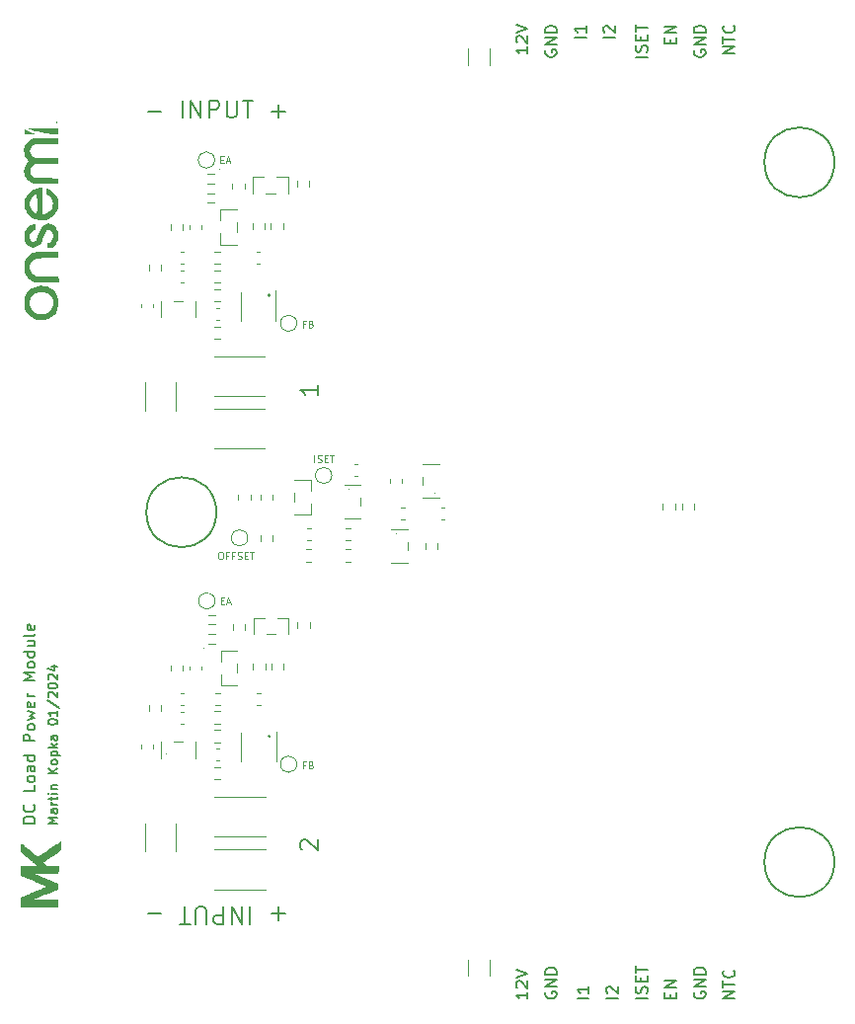
<source format=gbr>
%TF.GenerationSoftware,KiCad,Pcbnew,(6.0.1-0)*%
%TF.CreationDate,2024-02-14T13:59:27+01:00*%
%TF.ProjectId,dcload-power-board,64636c6f-6164-42d7-906f-7765722d626f,rev?*%
%TF.SameCoordinates,Original*%
%TF.FileFunction,Legend,Top*%
%TF.FilePolarity,Positive*%
%FSLAX46Y46*%
G04 Gerber Fmt 4.6, Leading zero omitted, Abs format (unit mm)*
G04 Created by KiCad (PCBNEW (6.0.1-0)) date 2024-02-14 13:59:27*
%MOMM*%
%LPD*%
G01*
G04 APERTURE LIST*
%ADD10C,0.150000*%
%ADD11C,0.100000*%
%ADD12C,0.200000*%
%ADD13C,0.120000*%
G04 APERTURE END LIST*
D10*
X172000000Y-125000000D02*
G75*
G03*
X172000000Y-125000000I-3000000J0D01*
G01*
X119000000Y-95000000D02*
G75*
G03*
X119000000Y-95000000I-3000000J0D01*
G01*
X172000000Y-65000000D02*
G75*
G03*
X172000000Y-65000000I-3000000J0D01*
G01*
X160000000Y-55383214D02*
X159952380Y-55478452D01*
X159952380Y-55621309D01*
X160000000Y-55764166D01*
X160095238Y-55859404D01*
X160190476Y-55907023D01*
X160380952Y-55954642D01*
X160523809Y-55954642D01*
X160714285Y-55907023D01*
X160809523Y-55859404D01*
X160904761Y-55764166D01*
X160952380Y-55621309D01*
X160952380Y-55526071D01*
X160904761Y-55383214D01*
X160857142Y-55335595D01*
X160523809Y-55335595D01*
X160523809Y-55526071D01*
X160952380Y-54907023D02*
X159952380Y-54907023D01*
X160952380Y-54335595D01*
X159952380Y-54335595D01*
X160952380Y-53859404D02*
X159952380Y-53859404D01*
X159952380Y-53621309D01*
X160000000Y-53478452D01*
X160095238Y-53383214D01*
X160190476Y-53335595D01*
X160380952Y-53287976D01*
X160523809Y-53287976D01*
X160714285Y-53335595D01*
X160809523Y-53383214D01*
X160904761Y-53478452D01*
X160952380Y-53621309D01*
X160952380Y-53859404D01*
X147250000Y-136140595D02*
X147202380Y-136235833D01*
X147202380Y-136378690D01*
X147250000Y-136521547D01*
X147345238Y-136616785D01*
X147440476Y-136664404D01*
X147630952Y-136712023D01*
X147773809Y-136712023D01*
X147964285Y-136664404D01*
X148059523Y-136616785D01*
X148154761Y-136521547D01*
X148202380Y-136378690D01*
X148202380Y-136283452D01*
X148154761Y-136140595D01*
X148107142Y-136092976D01*
X147773809Y-136092976D01*
X147773809Y-136283452D01*
X148202380Y-135664404D02*
X147202380Y-135664404D01*
X148202380Y-135092976D01*
X147202380Y-135092976D01*
X148202380Y-134616785D02*
X147202380Y-134616785D01*
X147202380Y-134378690D01*
X147250000Y-134235833D01*
X147345238Y-134140595D01*
X147440476Y-134092976D01*
X147630952Y-134045357D01*
X147773809Y-134045357D01*
X147964285Y-134092976D01*
X148059523Y-134140595D01*
X148154761Y-134235833D01*
X148202380Y-134378690D01*
X148202380Y-134616785D01*
X153452380Y-136664404D02*
X152452380Y-136664404D01*
X152547619Y-136235833D02*
X152500000Y-136188214D01*
X152452380Y-136092976D01*
X152452380Y-135854880D01*
X152500000Y-135759642D01*
X152547619Y-135712023D01*
X152642857Y-135664404D01*
X152738095Y-135664404D01*
X152880952Y-135712023D01*
X153452380Y-136283452D01*
X153452380Y-135664404D01*
D11*
X127414285Y-90721428D02*
X127414285Y-90121428D01*
X127671428Y-90692857D02*
X127757142Y-90721428D01*
X127900000Y-90721428D01*
X127957142Y-90692857D01*
X127985714Y-90664285D01*
X128014285Y-90607142D01*
X128014285Y-90550000D01*
X127985714Y-90492857D01*
X127957142Y-90464285D01*
X127900000Y-90435714D01*
X127785714Y-90407142D01*
X127728571Y-90378571D01*
X127700000Y-90350000D01*
X127671428Y-90292857D01*
X127671428Y-90235714D01*
X127700000Y-90178571D01*
X127728571Y-90150000D01*
X127785714Y-90121428D01*
X127928571Y-90121428D01*
X128014285Y-90150000D01*
X128271428Y-90407142D02*
X128471428Y-90407142D01*
X128557142Y-90721428D02*
X128271428Y-90721428D01*
X128271428Y-90121428D01*
X128557142Y-90121428D01*
X128728571Y-90121428D02*
X129071428Y-90121428D01*
X128900000Y-90721428D02*
X128900000Y-90121428D01*
D10*
X155952380Y-136664404D02*
X154952380Y-136664404D01*
X155904761Y-136235833D02*
X155952380Y-136092976D01*
X155952380Y-135854880D01*
X155904761Y-135759642D01*
X155857142Y-135712023D01*
X155761904Y-135664404D01*
X155666666Y-135664404D01*
X155571428Y-135712023D01*
X155523809Y-135759642D01*
X155476190Y-135854880D01*
X155428571Y-136045357D01*
X155380952Y-136140595D01*
X155333333Y-136188214D01*
X155238095Y-136235833D01*
X155142857Y-136235833D01*
X155047619Y-136188214D01*
X155000000Y-136140595D01*
X154952380Y-136045357D01*
X154952380Y-135807261D01*
X155000000Y-135664404D01*
X155428571Y-135235833D02*
X155428571Y-134902500D01*
X155952380Y-134759642D02*
X155952380Y-135235833D01*
X154952380Y-135235833D01*
X154952380Y-134759642D01*
X154952380Y-134473928D02*
X154952380Y-133902500D01*
X155952380Y-134188214D02*
X154952380Y-134188214D01*
X163452380Y-136664404D02*
X162452380Y-136664404D01*
X163452380Y-136092976D01*
X162452380Y-136092976D01*
X162452380Y-135759642D02*
X162452380Y-135188214D01*
X163452380Y-135473928D02*
X162452380Y-135473928D01*
X163357142Y-134283452D02*
X163404761Y-134331071D01*
X163452380Y-134473928D01*
X163452380Y-134569166D01*
X163404761Y-134712023D01*
X163309523Y-134807261D01*
X163214285Y-134854880D01*
X163023809Y-134902500D01*
X162880952Y-134902500D01*
X162690476Y-134854880D01*
X162595238Y-134807261D01*
X162500000Y-134712023D01*
X162452380Y-134569166D01*
X162452380Y-134473928D01*
X162500000Y-134331071D01*
X162547619Y-134283452D01*
D11*
X119387857Y-102557142D02*
X119587857Y-102557142D01*
X119673571Y-102871428D02*
X119387857Y-102871428D01*
X119387857Y-102271428D01*
X119673571Y-102271428D01*
X119902142Y-102700000D02*
X120187857Y-102700000D01*
X119845000Y-102871428D02*
X120045000Y-102271428D01*
X120245000Y-102871428D01*
D10*
X157928571Y-136664404D02*
X157928571Y-136331071D01*
X158452380Y-136188214D02*
X158452380Y-136664404D01*
X157452380Y-136664404D01*
X157452380Y-136188214D01*
X158452380Y-135759642D02*
X157452380Y-135759642D01*
X158452380Y-135188214D01*
X157452380Y-135188214D01*
D11*
X126607857Y-116657142D02*
X126407857Y-116657142D01*
X126407857Y-116971428D02*
X126407857Y-116371428D01*
X126693571Y-116371428D01*
X127122142Y-116657142D02*
X127207857Y-116685714D01*
X127236428Y-116714285D01*
X127265000Y-116771428D01*
X127265000Y-116857142D01*
X127236428Y-116914285D01*
X127207857Y-116942857D01*
X127150714Y-116971428D01*
X126922142Y-116971428D01*
X126922142Y-116371428D01*
X127122142Y-116371428D01*
X127179285Y-116400000D01*
X127207857Y-116428571D01*
X127236428Y-116485714D01*
X127236428Y-116542857D01*
X127207857Y-116600000D01*
X127179285Y-116628571D01*
X127122142Y-116657142D01*
X126922142Y-116657142D01*
D10*
X127678571Y-84071428D02*
X127678571Y-84928571D01*
X127678571Y-84500000D02*
X126178571Y-84500000D01*
X126392857Y-84642857D01*
X126535714Y-84785714D01*
X126607142Y-84928571D01*
X160000000Y-136140595D02*
X159952380Y-136235833D01*
X159952380Y-136378690D01*
X160000000Y-136521547D01*
X160095238Y-136616785D01*
X160190476Y-136664404D01*
X160380952Y-136712023D01*
X160523809Y-136712023D01*
X160714285Y-136664404D01*
X160809523Y-136616785D01*
X160904761Y-136521547D01*
X160952380Y-136378690D01*
X160952380Y-136283452D01*
X160904761Y-136140595D01*
X160857142Y-136092976D01*
X160523809Y-136092976D01*
X160523809Y-136283452D01*
X160952380Y-135664404D02*
X159952380Y-135664404D01*
X160952380Y-135092976D01*
X159952380Y-135092976D01*
X160952380Y-134616785D02*
X159952380Y-134616785D01*
X159952380Y-134378690D01*
X160000000Y-134235833D01*
X160095238Y-134140595D01*
X160190476Y-134092976D01*
X160380952Y-134045357D01*
X160523809Y-134045357D01*
X160714285Y-134092976D01*
X160809523Y-134140595D01*
X160904761Y-134235833D01*
X160952380Y-134378690D01*
X160952380Y-134616785D01*
X155952380Y-55954642D02*
X154952380Y-55954642D01*
X155904761Y-55526071D02*
X155952380Y-55383214D01*
X155952380Y-55145119D01*
X155904761Y-55049880D01*
X155857142Y-55002261D01*
X155761904Y-54954642D01*
X155666666Y-54954642D01*
X155571428Y-55002261D01*
X155523809Y-55049880D01*
X155476190Y-55145119D01*
X155428571Y-55335595D01*
X155380952Y-55430833D01*
X155333333Y-55478452D01*
X155238095Y-55526071D01*
X155142857Y-55526071D01*
X155047619Y-55478452D01*
X155000000Y-55430833D01*
X154952380Y-55335595D01*
X154952380Y-55097500D01*
X155000000Y-54954642D01*
X155428571Y-54526071D02*
X155428571Y-54192738D01*
X155952380Y-54049880D02*
X155952380Y-54526071D01*
X154952380Y-54526071D01*
X154952380Y-54049880D01*
X154952380Y-53764166D02*
X154952380Y-53192738D01*
X155952380Y-53478452D02*
X154952380Y-53478452D01*
X153202380Y-54287976D02*
X152202380Y-54287976D01*
X152297619Y-53859404D02*
X152250000Y-53811785D01*
X152202380Y-53716547D01*
X152202380Y-53478452D01*
X152250000Y-53383214D01*
X152297619Y-53335595D01*
X152392857Y-53287976D01*
X152488095Y-53287976D01*
X152630952Y-53335595D01*
X153202380Y-53907023D01*
X153202380Y-53287976D01*
X150702380Y-54287976D02*
X149702380Y-54287976D01*
X150702380Y-53287976D02*
X150702380Y-53859404D01*
X150702380Y-53573690D02*
X149702380Y-53573690D01*
X149845238Y-53668928D01*
X149940476Y-53764166D01*
X149988095Y-53859404D01*
X163452380Y-55668928D02*
X162452380Y-55668928D01*
X163452380Y-55097500D01*
X162452380Y-55097500D01*
X162452380Y-54764166D02*
X162452380Y-54192738D01*
X163452380Y-54478452D02*
X162452380Y-54478452D01*
X163357142Y-53287976D02*
X163404761Y-53335595D01*
X163452380Y-53478452D01*
X163452380Y-53573690D01*
X163404761Y-53716547D01*
X163309523Y-53811785D01*
X163214285Y-53859404D01*
X163023809Y-53907023D01*
X162880952Y-53907023D01*
X162690476Y-53859404D01*
X162595238Y-53811785D01*
X162500000Y-53716547D01*
X162452380Y-53573690D01*
X162452380Y-53478452D01*
X162500000Y-53335595D01*
X162547619Y-53287976D01*
X126321428Y-123928571D02*
X126250000Y-123857142D01*
X126178571Y-123714285D01*
X126178571Y-123357142D01*
X126250000Y-123214285D01*
X126321428Y-123142857D01*
X126464285Y-123071428D01*
X126607142Y-123071428D01*
X126821428Y-123142857D01*
X127678571Y-124000000D01*
X127678571Y-123071428D01*
X145702380Y-136140595D02*
X145702380Y-136712023D01*
X145702380Y-136426309D02*
X144702380Y-136426309D01*
X144845238Y-136521547D01*
X144940476Y-136616785D01*
X144988095Y-136712023D01*
X144797619Y-135759642D02*
X144750000Y-135712023D01*
X144702380Y-135616785D01*
X144702380Y-135378690D01*
X144750000Y-135283452D01*
X144797619Y-135235833D01*
X144892857Y-135188214D01*
X144988095Y-135188214D01*
X145130952Y-135235833D01*
X145702380Y-135807261D01*
X145702380Y-135188214D01*
X144702380Y-134902500D02*
X145702380Y-134569166D01*
X144702380Y-134235833D01*
D12*
X113107142Y-60607142D02*
X114250000Y-60607142D01*
X116107142Y-61178571D02*
X116107142Y-59678571D01*
X116821428Y-61178571D02*
X116821428Y-59678571D01*
X117678571Y-61178571D01*
X117678571Y-59678571D01*
X118392857Y-61178571D02*
X118392857Y-59678571D01*
X118964285Y-59678571D01*
X119107142Y-59750000D01*
X119178571Y-59821428D01*
X119250000Y-59964285D01*
X119250000Y-60178571D01*
X119178571Y-60321428D01*
X119107142Y-60392857D01*
X118964285Y-60464285D01*
X118392857Y-60464285D01*
X119892857Y-59678571D02*
X119892857Y-60892857D01*
X119964285Y-61035714D01*
X120035714Y-61107142D01*
X120178571Y-61178571D01*
X120464285Y-61178571D01*
X120607142Y-61107142D01*
X120678571Y-61035714D01*
X120750000Y-60892857D01*
X120750000Y-59678571D01*
X121250000Y-59678571D02*
X122107142Y-59678571D01*
X121678571Y-61178571D02*
X121678571Y-59678571D01*
X123750000Y-60607142D02*
X124892857Y-60607142D01*
X124321428Y-61178571D02*
X124321428Y-60035714D01*
D10*
X150952380Y-136664404D02*
X149952380Y-136664404D01*
X150952380Y-135664404D02*
X150952380Y-136235833D01*
X150952380Y-135950119D02*
X149952380Y-135950119D01*
X150095238Y-136045357D01*
X150190476Y-136140595D01*
X150238095Y-136235833D01*
X157928571Y-54811785D02*
X157928571Y-54478452D01*
X158452380Y-54335595D02*
X158452380Y-54811785D01*
X157452380Y-54811785D01*
X157452380Y-54335595D01*
X158452380Y-53907023D02*
X157452380Y-53907023D01*
X158452380Y-53335595D01*
X157452380Y-53335595D01*
D11*
X119357857Y-64757142D02*
X119557857Y-64757142D01*
X119643571Y-65071428D02*
X119357857Y-65071428D01*
X119357857Y-64471428D01*
X119643571Y-64471428D01*
X119872142Y-64900000D02*
X120157857Y-64900000D01*
X119815000Y-65071428D02*
X120015000Y-64471428D01*
X120215000Y-65071428D01*
X119313571Y-98421428D02*
X119427857Y-98421428D01*
X119485000Y-98450000D01*
X119542142Y-98507142D01*
X119570714Y-98621428D01*
X119570714Y-98821428D01*
X119542142Y-98935714D01*
X119485000Y-98992857D01*
X119427857Y-99021428D01*
X119313571Y-99021428D01*
X119256428Y-98992857D01*
X119199285Y-98935714D01*
X119170714Y-98821428D01*
X119170714Y-98621428D01*
X119199285Y-98507142D01*
X119256428Y-98450000D01*
X119313571Y-98421428D01*
X120027857Y-98707142D02*
X119827857Y-98707142D01*
X119827857Y-99021428D02*
X119827857Y-98421428D01*
X120113571Y-98421428D01*
X120542142Y-98707142D02*
X120342142Y-98707142D01*
X120342142Y-99021428D02*
X120342142Y-98421428D01*
X120627857Y-98421428D01*
X120827857Y-98992857D02*
X120913571Y-99021428D01*
X121056428Y-99021428D01*
X121113571Y-98992857D01*
X121142142Y-98964285D01*
X121170714Y-98907142D01*
X121170714Y-98850000D01*
X121142142Y-98792857D01*
X121113571Y-98764285D01*
X121056428Y-98735714D01*
X120942142Y-98707142D01*
X120885000Y-98678571D01*
X120856428Y-98650000D01*
X120827857Y-98592857D01*
X120827857Y-98535714D01*
X120856428Y-98478571D01*
X120885000Y-98450000D01*
X120942142Y-98421428D01*
X121085000Y-98421428D01*
X121170714Y-98450000D01*
X121427857Y-98707142D02*
X121627857Y-98707142D01*
X121713571Y-99021428D02*
X121427857Y-99021428D01*
X121427857Y-98421428D01*
X121713571Y-98421428D01*
X121885000Y-98421428D02*
X122227857Y-98421428D01*
X122056428Y-99021428D02*
X122056428Y-98421428D01*
D10*
X145702380Y-55097500D02*
X145702380Y-55668928D01*
X145702380Y-55383214D02*
X144702380Y-55383214D01*
X144845238Y-55478452D01*
X144940476Y-55573690D01*
X144988095Y-55668928D01*
X144797619Y-54716547D02*
X144750000Y-54668928D01*
X144702380Y-54573690D01*
X144702380Y-54335595D01*
X144750000Y-54240357D01*
X144797619Y-54192738D01*
X144892857Y-54145119D01*
X144988095Y-54145119D01*
X145130952Y-54192738D01*
X145702380Y-54764166D01*
X145702380Y-54145119D01*
X144702380Y-53859404D02*
X145702380Y-53526071D01*
X144702380Y-53192738D01*
D11*
X126607857Y-78857142D02*
X126407857Y-78857142D01*
X126407857Y-79171428D02*
X126407857Y-78571428D01*
X126693571Y-78571428D01*
X127122142Y-78857142D02*
X127207857Y-78885714D01*
X127236428Y-78914285D01*
X127265000Y-78971428D01*
X127265000Y-79057142D01*
X127236428Y-79114285D01*
X127207857Y-79142857D01*
X127150714Y-79171428D01*
X126922142Y-79171428D01*
X126922142Y-78571428D01*
X127122142Y-78571428D01*
X127179285Y-78600000D01*
X127207857Y-78628571D01*
X127236428Y-78685714D01*
X127236428Y-78742857D01*
X127207857Y-78800000D01*
X127179285Y-78828571D01*
X127122142Y-78857142D01*
X126922142Y-78857142D01*
D10*
X147250000Y-55383214D02*
X147202380Y-55478452D01*
X147202380Y-55621309D01*
X147250000Y-55764166D01*
X147345238Y-55859404D01*
X147440476Y-55907023D01*
X147630952Y-55954642D01*
X147773809Y-55954642D01*
X147964285Y-55907023D01*
X148059523Y-55859404D01*
X148154761Y-55764166D01*
X148202380Y-55621309D01*
X148202380Y-55526071D01*
X148154761Y-55383214D01*
X148107142Y-55335595D01*
X147773809Y-55335595D01*
X147773809Y-55526071D01*
X148202380Y-54907023D02*
X147202380Y-54907023D01*
X148202380Y-54335595D01*
X147202380Y-54335595D01*
X148202380Y-53859404D02*
X147202380Y-53859404D01*
X147202380Y-53621309D01*
X147250000Y-53478452D01*
X147345238Y-53383214D01*
X147440476Y-53335595D01*
X147630952Y-53287976D01*
X147773809Y-53287976D01*
X147964285Y-53335595D01*
X148059523Y-53383214D01*
X148154761Y-53478452D01*
X148202380Y-53621309D01*
X148202380Y-53859404D01*
X103452380Y-121664404D02*
X102452380Y-121664404D01*
X102452380Y-121426309D01*
X102500000Y-121283452D01*
X102595238Y-121188214D01*
X102690476Y-121140595D01*
X102880952Y-121092976D01*
X103023809Y-121092976D01*
X103214285Y-121140595D01*
X103309523Y-121188214D01*
X103404761Y-121283452D01*
X103452380Y-121426309D01*
X103452380Y-121664404D01*
X103357142Y-120092976D02*
X103404761Y-120140595D01*
X103452380Y-120283452D01*
X103452380Y-120378690D01*
X103404761Y-120521547D01*
X103309523Y-120616785D01*
X103214285Y-120664404D01*
X103023809Y-120712023D01*
X102880952Y-120712023D01*
X102690476Y-120664404D01*
X102595238Y-120616785D01*
X102500000Y-120521547D01*
X102452380Y-120378690D01*
X102452380Y-120283452D01*
X102500000Y-120140595D01*
X102547619Y-120092976D01*
X103452380Y-118426309D02*
X103452380Y-118902500D01*
X102452380Y-118902500D01*
X103452380Y-117950119D02*
X103404761Y-118045357D01*
X103357142Y-118092976D01*
X103261904Y-118140595D01*
X102976190Y-118140595D01*
X102880952Y-118092976D01*
X102833333Y-118045357D01*
X102785714Y-117950119D01*
X102785714Y-117807261D01*
X102833333Y-117712023D01*
X102880952Y-117664404D01*
X102976190Y-117616785D01*
X103261904Y-117616785D01*
X103357142Y-117664404D01*
X103404761Y-117712023D01*
X103452380Y-117807261D01*
X103452380Y-117950119D01*
X103452380Y-116759642D02*
X102928571Y-116759642D01*
X102833333Y-116807261D01*
X102785714Y-116902500D01*
X102785714Y-117092976D01*
X102833333Y-117188214D01*
X103404761Y-116759642D02*
X103452380Y-116854880D01*
X103452380Y-117092976D01*
X103404761Y-117188214D01*
X103309523Y-117235833D01*
X103214285Y-117235833D01*
X103119047Y-117188214D01*
X103071428Y-117092976D01*
X103071428Y-116854880D01*
X103023809Y-116759642D01*
X103452380Y-115854880D02*
X102452380Y-115854880D01*
X103404761Y-115854880D02*
X103452380Y-115950119D01*
X103452380Y-116140595D01*
X103404761Y-116235833D01*
X103357142Y-116283452D01*
X103261904Y-116331071D01*
X102976190Y-116331071D01*
X102880952Y-116283452D01*
X102833333Y-116235833D01*
X102785714Y-116140595D01*
X102785714Y-115950119D01*
X102833333Y-115854880D01*
X103452380Y-114616785D02*
X102452380Y-114616785D01*
X102452380Y-114235833D01*
X102500000Y-114140595D01*
X102547619Y-114092976D01*
X102642857Y-114045357D01*
X102785714Y-114045357D01*
X102880952Y-114092976D01*
X102928571Y-114140595D01*
X102976190Y-114235833D01*
X102976190Y-114616785D01*
X103452380Y-113473928D02*
X103404761Y-113569166D01*
X103357142Y-113616785D01*
X103261904Y-113664404D01*
X102976190Y-113664404D01*
X102880952Y-113616785D01*
X102833333Y-113569166D01*
X102785714Y-113473928D01*
X102785714Y-113331071D01*
X102833333Y-113235833D01*
X102880952Y-113188214D01*
X102976190Y-113140595D01*
X103261904Y-113140595D01*
X103357142Y-113188214D01*
X103404761Y-113235833D01*
X103452380Y-113331071D01*
X103452380Y-113473928D01*
X102785714Y-112807261D02*
X103452380Y-112616785D01*
X102976190Y-112426309D01*
X103452380Y-112235833D01*
X102785714Y-112045357D01*
X103404761Y-111283452D02*
X103452380Y-111378690D01*
X103452380Y-111569166D01*
X103404761Y-111664404D01*
X103309523Y-111712023D01*
X102928571Y-111712023D01*
X102833333Y-111664404D01*
X102785714Y-111569166D01*
X102785714Y-111378690D01*
X102833333Y-111283452D01*
X102928571Y-111235833D01*
X103023809Y-111235833D01*
X103119047Y-111712023D01*
X103452380Y-110807261D02*
X102785714Y-110807261D01*
X102976190Y-110807261D02*
X102880952Y-110759642D01*
X102833333Y-110712023D01*
X102785714Y-110616785D01*
X102785714Y-110521547D01*
X103452380Y-109426309D02*
X102452380Y-109426309D01*
X103166666Y-109092976D01*
X102452380Y-108759642D01*
X103452380Y-108759642D01*
X103452380Y-108140595D02*
X103404761Y-108235833D01*
X103357142Y-108283452D01*
X103261904Y-108331071D01*
X102976190Y-108331071D01*
X102880952Y-108283452D01*
X102833333Y-108235833D01*
X102785714Y-108140595D01*
X102785714Y-107997738D01*
X102833333Y-107902500D01*
X102880952Y-107854880D01*
X102976190Y-107807261D01*
X103261904Y-107807261D01*
X103357142Y-107854880D01*
X103404761Y-107902500D01*
X103452380Y-107997738D01*
X103452380Y-108140595D01*
X103452380Y-106950119D02*
X102452380Y-106950119D01*
X103404761Y-106950119D02*
X103452380Y-107045357D01*
X103452380Y-107235833D01*
X103404761Y-107331071D01*
X103357142Y-107378690D01*
X103261904Y-107426309D01*
X102976190Y-107426309D01*
X102880952Y-107378690D01*
X102833333Y-107331071D01*
X102785714Y-107235833D01*
X102785714Y-107045357D01*
X102833333Y-106950119D01*
X102785714Y-106045357D02*
X103452380Y-106045357D01*
X102785714Y-106473928D02*
X103309523Y-106473928D01*
X103404761Y-106426309D01*
X103452380Y-106331071D01*
X103452380Y-106188214D01*
X103404761Y-106092976D01*
X103357142Y-106045357D01*
X103452380Y-105426309D02*
X103404761Y-105521547D01*
X103309523Y-105569166D01*
X102452380Y-105569166D01*
X103404761Y-104664404D02*
X103452380Y-104759642D01*
X103452380Y-104950119D01*
X103404761Y-105045357D01*
X103309523Y-105092976D01*
X102928571Y-105092976D01*
X102833333Y-105045357D01*
X102785714Y-104950119D01*
X102785714Y-104759642D01*
X102833333Y-104664404D01*
X102928571Y-104616785D01*
X103023809Y-104616785D01*
X103119047Y-105092976D01*
X105361904Y-121712023D02*
X104561904Y-121712023D01*
X105133333Y-121445357D01*
X104561904Y-121178690D01*
X105361904Y-121178690D01*
X105361904Y-120454880D02*
X104942857Y-120454880D01*
X104866666Y-120492976D01*
X104828571Y-120569166D01*
X104828571Y-120721547D01*
X104866666Y-120797738D01*
X105323809Y-120454880D02*
X105361904Y-120531071D01*
X105361904Y-120721547D01*
X105323809Y-120797738D01*
X105247619Y-120835833D01*
X105171428Y-120835833D01*
X105095238Y-120797738D01*
X105057142Y-120721547D01*
X105057142Y-120531071D01*
X105019047Y-120454880D01*
X105361904Y-120073928D02*
X104828571Y-120073928D01*
X104980952Y-120073928D02*
X104904761Y-120035833D01*
X104866666Y-119997738D01*
X104828571Y-119921547D01*
X104828571Y-119845357D01*
X104828571Y-119692976D02*
X104828571Y-119388214D01*
X104561904Y-119578690D02*
X105247619Y-119578690D01*
X105323809Y-119540595D01*
X105361904Y-119464404D01*
X105361904Y-119388214D01*
X105361904Y-119121547D02*
X104828571Y-119121547D01*
X104561904Y-119121547D02*
X104600000Y-119159642D01*
X104638095Y-119121547D01*
X104600000Y-119083452D01*
X104561904Y-119121547D01*
X104638095Y-119121547D01*
X104828571Y-118740595D02*
X105361904Y-118740595D01*
X104904761Y-118740595D02*
X104866666Y-118702500D01*
X104828571Y-118626309D01*
X104828571Y-118512023D01*
X104866666Y-118435833D01*
X104942857Y-118397738D01*
X105361904Y-118397738D01*
X105361904Y-117407261D02*
X104561904Y-117407261D01*
X105361904Y-116950119D02*
X104904761Y-117292976D01*
X104561904Y-116950119D02*
X105019047Y-117407261D01*
X105361904Y-116492976D02*
X105323809Y-116569166D01*
X105285714Y-116607261D01*
X105209523Y-116645357D01*
X104980952Y-116645357D01*
X104904761Y-116607261D01*
X104866666Y-116569166D01*
X104828571Y-116492976D01*
X104828571Y-116378690D01*
X104866666Y-116302500D01*
X104904761Y-116264404D01*
X104980952Y-116226309D01*
X105209523Y-116226309D01*
X105285714Y-116264404D01*
X105323809Y-116302500D01*
X105361904Y-116378690D01*
X105361904Y-116492976D01*
X104828571Y-115883452D02*
X105628571Y-115883452D01*
X104866666Y-115883452D02*
X104828571Y-115807261D01*
X104828571Y-115654880D01*
X104866666Y-115578690D01*
X104904761Y-115540595D01*
X104980952Y-115502500D01*
X105209523Y-115502500D01*
X105285714Y-115540595D01*
X105323809Y-115578690D01*
X105361904Y-115654880D01*
X105361904Y-115807261D01*
X105323809Y-115883452D01*
X105361904Y-115159642D02*
X104561904Y-115159642D01*
X105057142Y-115083452D02*
X105361904Y-114854880D01*
X104828571Y-114854880D02*
X105133333Y-115159642D01*
X105361904Y-114169166D02*
X104942857Y-114169166D01*
X104866666Y-114207261D01*
X104828571Y-114283452D01*
X104828571Y-114435833D01*
X104866666Y-114512023D01*
X105323809Y-114169166D02*
X105361904Y-114245357D01*
X105361904Y-114435833D01*
X105323809Y-114512023D01*
X105247619Y-114550119D01*
X105171428Y-114550119D01*
X105095238Y-114512023D01*
X105057142Y-114435833D01*
X105057142Y-114245357D01*
X105019047Y-114169166D01*
X104561904Y-113026309D02*
X104561904Y-112950119D01*
X104600000Y-112873928D01*
X104638095Y-112835833D01*
X104714285Y-112797738D01*
X104866666Y-112759642D01*
X105057142Y-112759642D01*
X105209523Y-112797738D01*
X105285714Y-112835833D01*
X105323809Y-112873928D01*
X105361904Y-112950119D01*
X105361904Y-113026309D01*
X105323809Y-113102500D01*
X105285714Y-113140595D01*
X105209523Y-113178690D01*
X105057142Y-113216785D01*
X104866666Y-113216785D01*
X104714285Y-113178690D01*
X104638095Y-113140595D01*
X104600000Y-113102500D01*
X104561904Y-113026309D01*
X105361904Y-111997738D02*
X105361904Y-112454880D01*
X105361904Y-112226309D02*
X104561904Y-112226309D01*
X104676190Y-112302500D01*
X104752380Y-112378690D01*
X104790476Y-112454880D01*
X104523809Y-111083452D02*
X105552380Y-111769166D01*
X104638095Y-110854880D02*
X104600000Y-110816785D01*
X104561904Y-110740595D01*
X104561904Y-110550119D01*
X104600000Y-110473928D01*
X104638095Y-110435833D01*
X104714285Y-110397738D01*
X104790476Y-110397738D01*
X104904761Y-110435833D01*
X105361904Y-110892976D01*
X105361904Y-110397738D01*
X104561904Y-109902500D02*
X104561904Y-109826309D01*
X104600000Y-109750119D01*
X104638095Y-109712023D01*
X104714285Y-109673928D01*
X104866666Y-109635833D01*
X105057142Y-109635833D01*
X105209523Y-109673928D01*
X105285714Y-109712023D01*
X105323809Y-109750119D01*
X105361904Y-109826309D01*
X105361904Y-109902500D01*
X105323809Y-109978690D01*
X105285714Y-110016785D01*
X105209523Y-110054880D01*
X105057142Y-110092976D01*
X104866666Y-110092976D01*
X104714285Y-110054880D01*
X104638095Y-110016785D01*
X104600000Y-109978690D01*
X104561904Y-109902500D01*
X104638095Y-109331071D02*
X104600000Y-109292976D01*
X104561904Y-109216785D01*
X104561904Y-109026309D01*
X104600000Y-108950119D01*
X104638095Y-108912023D01*
X104714285Y-108873928D01*
X104790476Y-108873928D01*
X104904761Y-108912023D01*
X105361904Y-109369166D01*
X105361904Y-108873928D01*
X104828571Y-108188214D02*
X105361904Y-108188214D01*
X104523809Y-108378690D02*
X105095238Y-108569166D01*
X105095238Y-108073928D01*
D12*
X124892857Y-129392857D02*
X123750000Y-129392857D01*
X124321428Y-128821428D02*
X124321428Y-129964285D01*
X121892857Y-128821428D02*
X121892857Y-130321428D01*
X121178571Y-128821428D02*
X121178571Y-130321428D01*
X120321428Y-128821428D01*
X120321428Y-130321428D01*
X119607142Y-128821428D02*
X119607142Y-130321428D01*
X119035714Y-130321428D01*
X118892857Y-130250000D01*
X118821428Y-130178571D01*
X118750000Y-130035714D01*
X118750000Y-129821428D01*
X118821428Y-129678571D01*
X118892857Y-129607142D01*
X119035714Y-129535714D01*
X119607142Y-129535714D01*
X118107142Y-130321428D02*
X118107142Y-129107142D01*
X118035714Y-128964285D01*
X117964285Y-128892857D01*
X117821428Y-128821428D01*
X117535714Y-128821428D01*
X117392857Y-128892857D01*
X117321428Y-128964285D01*
X117250000Y-129107142D01*
X117250000Y-130321428D01*
X116750000Y-130321428D02*
X115892857Y-130321428D01*
X116321428Y-128821428D02*
X116321428Y-130321428D01*
X114250000Y-129392857D02*
X113107142Y-129392857D01*
D13*
%TO.C,U200*%
X114275000Y-77600000D02*
X114275000Y-78300000D01*
X115375000Y-76900000D02*
X116075000Y-76900000D01*
X117175000Y-77650000D02*
X117175000Y-76900000D01*
X117175000Y-77650000D02*
X117175000Y-78300000D01*
X114275000Y-77600000D02*
X114275000Y-76900000D01*
X114735000Y-77900000D02*
G75*
G03*
X114735000Y-77900000I-60000J0D01*
G01*
%TO.C,R100*%
X122777500Y-96962742D02*
X122777500Y-97437258D01*
X123822500Y-96962742D02*
X123822500Y-97437258D01*
%TO.C,R306*%
X118862742Y-113122500D02*
X119337258Y-113122500D01*
X118862742Y-112077500D02*
X119337258Y-112077500D01*
%TO.C,R302*%
X125957500Y-104412742D02*
X125957500Y-104887258D01*
X127002500Y-104412742D02*
X127002500Y-104887258D01*
%TO.C,R308*%
X113227500Y-111562742D02*
X113227500Y-112037258D01*
X114272500Y-111562742D02*
X114272500Y-112037258D01*
%TO.C,R105*%
X126662742Y-98177500D02*
X127137258Y-98177500D01*
X126662742Y-99222500D02*
X127137258Y-99222500D01*
%TO.C,R201*%
X124722500Y-70212742D02*
X124722500Y-70687258D01*
X123677500Y-70212742D02*
X123677500Y-70687258D01*
%TO.C,TP100*%
X121700000Y-97200000D02*
G75*
G03*
X121700000Y-97200000I-700000J0D01*
G01*
%TO.C,R106*%
X130062742Y-99222500D02*
X130537258Y-99222500D01*
X130062742Y-98177500D02*
X130537258Y-98177500D01*
%TO.C,R200*%
X123172500Y-70212742D02*
X123172500Y-70687258D01*
X122127500Y-70212742D02*
X122127500Y-70687258D01*
%TO.C,U201*%
X121100000Y-78600000D02*
X121100000Y-76100000D01*
X124100000Y-78600000D02*
X124100000Y-76000000D01*
D10*
X123575000Y-76400000D02*
G75*
G03*
X123575000Y-76400000I-75000J0D01*
G01*
D13*
%TO.C,R311*%
X120407500Y-105087258D02*
X120407500Y-104612742D01*
X121452500Y-105087258D02*
X121452500Y-104612742D01*
%TO.C,TP301*%
X118880000Y-102600000D02*
G75*
G03*
X118880000Y-102600000I-700000J0D01*
G01*
%TO.C,C102*%
X138259420Y-95610000D02*
X138540580Y-95610000D01*
X138259420Y-94590000D02*
X138540580Y-94590000D01*
%TO.C,TP300*%
X125900000Y-116600000D02*
G75*
G03*
X125900000Y-116600000I-700000J0D01*
G01*
%TO.C,R210*%
X119337258Y-72677500D02*
X118862742Y-72677500D01*
X119337258Y-73722500D02*
X118862742Y-73722500D01*
%TO.C,C305*%
X116690000Y-108209420D02*
X116690000Y-108490580D01*
X117710000Y-108209420D02*
X117710000Y-108490580D01*
%TO.C,R202*%
X125927500Y-66612742D02*
X125927500Y-67087258D01*
X126972500Y-66612742D02*
X126972500Y-67087258D01*
%TO.C,D300*%
X118280000Y-106250000D02*
X118880000Y-106250000D01*
X118280000Y-105450000D02*
X118880000Y-105450000D01*
X117940000Y-106650000D02*
G75*
G03*
X117940000Y-106650000I-60000J0D01*
G01*
%TO.C,R305*%
X119337258Y-114722500D02*
X118862742Y-114722500D01*
X119337258Y-113677500D02*
X118862742Y-113677500D01*
%TO.C,C203*%
X116190580Y-74290000D02*
X115909420Y-74290000D01*
X116190580Y-75310000D02*
X115909420Y-75310000D01*
%TO.C,Q302*%
X125167500Y-104806250D02*
X125167500Y-105456250D01*
X122167500Y-104756250D02*
X122167500Y-105456250D01*
X122167500Y-104056250D02*
X123117500Y-104056250D01*
X125167500Y-104806250D02*
X125167500Y-104056250D01*
X122167500Y-104756250D02*
X122167500Y-104056250D01*
X124067500Y-105456250D02*
X123267500Y-105456250D01*
X125167500Y-104056250D02*
X124217500Y-104056250D01*
%TO.C,C302*%
X119240580Y-115290000D02*
X118959420Y-115290000D01*
X119240580Y-116310000D02*
X118959420Y-116310000D01*
%TO.C,R304*%
X123207064Y-127335000D02*
X118852936Y-127335000D01*
X123207064Y-123915000D02*
X118852936Y-123915000D01*
%TO.C,C100*%
X140590000Y-55238748D02*
X140590000Y-56661252D01*
X142410000Y-55238748D02*
X142410000Y-56661252D01*
%TO.C,C105*%
X126799420Y-96390000D02*
X127080580Y-96390000D01*
X126799420Y-97410000D02*
X127080580Y-97410000D01*
%TO.C,R211*%
X121422500Y-67287258D02*
X121422500Y-66812742D01*
X120377500Y-67287258D02*
X120377500Y-66812742D01*
%TO.C,C304*%
X116190580Y-110490000D02*
X115909420Y-110490000D01*
X116190580Y-111510000D02*
X115909420Y-111510000D01*
%TO.C,U301*%
X124130000Y-116400000D02*
X124130000Y-113800000D01*
X121130000Y-116400000D02*
X121130000Y-113900000D01*
D10*
X123605000Y-114200000D02*
G75*
G03*
X123605000Y-114200000I-75000J0D01*
G01*
D13*
%TO.C,C103*%
X134910000Y-92184420D02*
X134910000Y-92465580D01*
X133890000Y-92184420D02*
X133890000Y-92465580D01*
%TO.C,R307*%
X118862742Y-116877500D02*
X119337258Y-116877500D01*
X118862742Y-117922500D02*
X119337258Y-117922500D01*
%TO.C,C204*%
X116190580Y-72690000D02*
X115909420Y-72690000D01*
X116190580Y-73710000D02*
X115909420Y-73710000D01*
%TO.C,C300*%
X112590000Y-115240580D02*
X112590000Y-114959420D01*
X113610000Y-115240580D02*
X113610000Y-114959420D01*
%TO.C,TP200*%
X125900000Y-78800000D02*
G75*
G03*
X125900000Y-78800000I-700000J0D01*
G01*
%TO.C,R205*%
X119337258Y-76922500D02*
X118862742Y-76922500D01*
X119337258Y-75877500D02*
X118862742Y-75877500D01*
%TO.C,C301*%
X122489420Y-110490000D02*
X122770580Y-110490000D01*
X122489420Y-111510000D02*
X122770580Y-111510000D01*
%TO.C,U300*%
X114275000Y-115400000D02*
X114275000Y-116100000D01*
X114275000Y-115400000D02*
X114275000Y-114700000D01*
X117175000Y-115450000D02*
X117175000Y-116100000D01*
X115375000Y-114700000D02*
X116075000Y-114700000D01*
X117175000Y-115450000D02*
X117175000Y-114700000D01*
X114735000Y-115700000D02*
G75*
G03*
X114735000Y-115700000I-60000J0D01*
G01*
%TO.C,U103*%
X131370000Y-93720000D02*
X131370000Y-94420000D01*
X130620000Y-95520000D02*
X131370000Y-95520000D01*
X130620000Y-95520000D02*
X129970000Y-95520000D01*
X130670000Y-92620000D02*
X131370000Y-92620000D01*
X130670000Y-92620000D02*
X129970000Y-92620000D01*
X130430000Y-93020000D02*
G75*
G03*
X130430000Y-93020000I-60000J0D01*
G01*
%TO.C,R107*%
X158915000Y-94762258D02*
X158915000Y-94287742D01*
X159960000Y-94762258D02*
X159960000Y-94287742D01*
%TO.C,C104*%
X134859420Y-95610000D02*
X135140580Y-95610000D01*
X134859420Y-94590000D02*
X135140580Y-94590000D01*
%TO.C,R101*%
X123822500Y-93937258D02*
X123822500Y-93462742D01*
X122777500Y-93937258D02*
X122777500Y-93462742D01*
%TO.C,C106*%
X130859420Y-90890000D02*
X131140580Y-90890000D01*
X130859420Y-91910000D02*
X131140580Y-91910000D01*
%TO.C,R310*%
X119367258Y-110477500D02*
X118892742Y-110477500D01*
X119367258Y-111522500D02*
X118892742Y-111522500D01*
%TO.C,D201*%
X118850000Y-65997500D02*
X118250000Y-65997500D01*
X118850000Y-66797500D02*
X118250000Y-66797500D01*
X119310000Y-65597500D02*
G75*
G03*
X119310000Y-65597500I-60000J0D01*
G01*
%TO.C,G\u002A\u002A\u002A*%
G36*
X105728346Y-123184284D02*
G01*
X105729442Y-123212636D01*
X105730416Y-123257182D01*
X105731241Y-123315705D01*
X105731885Y-123385990D01*
X105732319Y-123465820D01*
X105732514Y-123552980D01*
X105732522Y-123574683D01*
X105732522Y-123975026D01*
X105559785Y-124091514D01*
X105506385Y-124127477D01*
X105442110Y-124170682D01*
X105368512Y-124220092D01*
X105287138Y-124274673D01*
X105199537Y-124333388D01*
X105107258Y-124395201D01*
X105011851Y-124459079D01*
X104914864Y-124523983D01*
X104817846Y-124588880D01*
X104722346Y-124652733D01*
X104629913Y-124714507D01*
X104542096Y-124773166D01*
X104460443Y-124827674D01*
X104386504Y-124876997D01*
X104321828Y-124920097D01*
X104267964Y-124955941D01*
X104226460Y-124983491D01*
X104198866Y-125001712D01*
X104186730Y-125009570D01*
X104186471Y-125009721D01*
X104176535Y-125018689D01*
X104182033Y-125031283D01*
X104185783Y-125035956D01*
X104198529Y-125048293D01*
X104224413Y-125071141D01*
X104260513Y-125102066D01*
X104303910Y-125138633D01*
X104351683Y-125178410D01*
X104400912Y-125218962D01*
X104448676Y-125257855D01*
X104492056Y-125292657D01*
X104522764Y-125316789D01*
X104579320Y-125360617D01*
X105031560Y-125360617D01*
X105126044Y-125360788D01*
X105213978Y-125361276D01*
X105293258Y-125362046D01*
X105361779Y-125363062D01*
X105417437Y-125364289D01*
X105458128Y-125365690D01*
X105481747Y-125367230D01*
X105486988Y-125368352D01*
X105487676Y-125380185D01*
X105488138Y-125410135D01*
X105488374Y-125455695D01*
X105488380Y-125514358D01*
X105488154Y-125583616D01*
X105487693Y-125660963D01*
X105487317Y-125708620D01*
X105484459Y-126041153D01*
X104432231Y-126043780D01*
X103380002Y-126046407D01*
X104422285Y-126464068D01*
X105464568Y-126881730D01*
X105461903Y-127108412D01*
X105459237Y-127335094D01*
X104415084Y-127751286D01*
X104224484Y-127827392D01*
X104053051Y-127896127D01*
X103900794Y-127957486D01*
X103767722Y-128011466D01*
X103653843Y-128058063D01*
X103559167Y-128097275D01*
X103483701Y-128129096D01*
X103427456Y-128153525D01*
X103390439Y-128170556D01*
X103372659Y-128180186D01*
X103370930Y-128182034D01*
X103373233Y-128184427D01*
X103380883Y-128186550D01*
X103394993Y-128188419D01*
X103416676Y-128190048D01*
X103447045Y-128191454D01*
X103487212Y-128192651D01*
X103538291Y-128193655D01*
X103601395Y-128194481D01*
X103677636Y-128195146D01*
X103768126Y-128195663D01*
X103873980Y-128196049D01*
X103996310Y-128196319D01*
X104136229Y-128196489D01*
X104294849Y-128196573D01*
X104422818Y-128196590D01*
X105474706Y-128196590D01*
X105474706Y-128856598D01*
X102257166Y-128856598D01*
X102257166Y-128013561D01*
X102687719Y-127836782D01*
X102776960Y-127800149D01*
X102882017Y-127757035D01*
X102999621Y-127708782D01*
X103126502Y-127656732D01*
X103259390Y-127602224D01*
X103395018Y-127546601D01*
X103530115Y-127491203D01*
X103661412Y-127437370D01*
X103767966Y-127393689D01*
X103913455Y-127333854D01*
X104040009Y-127281379D01*
X104147913Y-127236140D01*
X104237454Y-127198014D01*
X104308916Y-127166878D01*
X104362585Y-127142607D01*
X104398745Y-127125078D01*
X104417682Y-127114168D01*
X104420881Y-127110853D01*
X104414624Y-127094294D01*
X104395100Y-127079792D01*
X104381835Y-127074004D01*
X104350742Y-127060925D01*
X104303080Y-127041075D01*
X104240111Y-127014974D01*
X104163095Y-126983142D01*
X104073292Y-126946097D01*
X103971964Y-126904359D01*
X103860370Y-126858449D01*
X103739772Y-126808884D01*
X103611430Y-126756186D01*
X103476605Y-126700874D01*
X103336557Y-126643466D01*
X103311439Y-126633175D01*
X102256780Y-126201096D01*
X102258024Y-125360758D01*
X102971745Y-125358110D01*
X103110283Y-125357584D01*
X103229626Y-125357081D01*
X103331207Y-125356552D01*
X103416455Y-125355953D01*
X103486801Y-125355237D01*
X103543677Y-125354357D01*
X103588514Y-125353268D01*
X103622741Y-125351923D01*
X103647791Y-125350276D01*
X103665095Y-125348280D01*
X103676082Y-125345890D01*
X103682184Y-125343060D01*
X103684832Y-125339742D01*
X103685457Y-125335890D01*
X103685465Y-125335045D01*
X103676800Y-125318489D01*
X103650849Y-125290849D01*
X103607677Y-125252190D01*
X103566870Y-125218301D01*
X103489644Y-125155568D01*
X103418474Y-125097736D01*
X103351060Y-125042932D01*
X103285107Y-124989288D01*
X103218315Y-124934931D01*
X103148389Y-124877993D01*
X103073029Y-124816601D01*
X102989939Y-124748886D01*
X102896822Y-124672977D01*
X102791378Y-124587003D01*
X102722386Y-124530743D01*
X102267479Y-124159780D01*
X102267479Y-123754109D01*
X102267602Y-123648515D01*
X102268005Y-123561986D01*
X102268739Y-123492963D01*
X102269853Y-123439889D01*
X102271399Y-123401205D01*
X102273427Y-123375352D01*
X102275987Y-123360771D01*
X102279130Y-123355904D01*
X102280370Y-123356202D01*
X102291530Y-123364673D01*
X102316281Y-123384503D01*
X102352367Y-123413851D01*
X102397532Y-123450875D01*
X102449519Y-123493734D01*
X102499513Y-123535138D01*
X102546504Y-123574110D01*
X102607138Y-123624358D01*
X102679159Y-123684012D01*
X102760312Y-123751209D01*
X102848344Y-123824079D01*
X102940999Y-123900758D01*
X103036022Y-123979378D01*
X103131159Y-124058073D01*
X103190459Y-124107115D01*
X103277202Y-124178852D01*
X103359513Y-124246936D01*
X103435966Y-124310188D01*
X103505135Y-124367427D01*
X103565594Y-124417472D01*
X103615916Y-124459143D01*
X103654675Y-124491259D01*
X103680446Y-124512640D01*
X103691801Y-124522104D01*
X103691931Y-124522214D01*
X103696024Y-124526228D01*
X103699666Y-124529249D01*
X103704568Y-124530248D01*
X103712446Y-124528193D01*
X103725014Y-124522054D01*
X103743986Y-124510803D01*
X103771076Y-124493407D01*
X103807999Y-124468838D01*
X103856468Y-124436064D01*
X103918198Y-124394057D01*
X103994903Y-124341785D01*
X104015469Y-124327776D01*
X104162968Y-124227385D01*
X104309583Y-124127712D01*
X104454320Y-124029428D01*
X104596184Y-123933202D01*
X104734180Y-123839706D01*
X104867312Y-123749610D01*
X104994587Y-123663585D01*
X105115009Y-123582300D01*
X105227583Y-123506426D01*
X105331314Y-123436634D01*
X105425207Y-123373593D01*
X105508268Y-123317976D01*
X105579501Y-123270451D01*
X105637911Y-123231690D01*
X105682505Y-123202362D01*
X105712285Y-123183139D01*
X105726259Y-123174690D01*
X105727160Y-123174340D01*
X105728346Y-123184284D01*
G37*
%TO.C,U102*%
X134630000Y-99350000D02*
X135380000Y-99350000D01*
X134680000Y-96450000D02*
X135380000Y-96450000D01*
X134680000Y-96450000D02*
X133980000Y-96450000D01*
X135380000Y-97550000D02*
X135380000Y-98250000D01*
X134630000Y-99350000D02*
X133980000Y-99350000D01*
X134440000Y-96850000D02*
G75*
G03*
X134440000Y-96850000I-60000J0D01*
G01*
%TO.C,F300*%
X115530000Y-121680000D02*
X115530000Y-124080000D01*
X112930000Y-121680000D02*
X112930000Y-124080000D01*
%TO.C,Q201*%
X119350000Y-72050000D02*
X119350000Y-71100000D01*
X120050000Y-72050000D02*
X119350000Y-72050000D01*
X120100000Y-69050000D02*
X120750000Y-69050000D01*
X120100000Y-69050000D02*
X119350000Y-69050000D01*
X120750000Y-70150000D02*
X120750000Y-70950000D01*
X119350000Y-69050000D02*
X119350000Y-70000000D01*
X120050000Y-72050000D02*
X120750000Y-72050000D01*
%TO.C,C200*%
X113610000Y-77440580D02*
X113610000Y-77159420D01*
X112590000Y-77440580D02*
X112590000Y-77159420D01*
%TO.C,R209*%
X116122500Y-70787258D02*
X116122500Y-70312742D01*
X115077500Y-70787258D02*
X115077500Y-70312742D01*
%TO.C,R309*%
X116122500Y-108587258D02*
X116122500Y-108112742D01*
X115077500Y-108587258D02*
X115077500Y-108112742D01*
%TO.C,R207*%
X118862742Y-79077500D02*
X119337258Y-79077500D01*
X118862742Y-80122500D02*
X119337258Y-80122500D01*
%TO.C,TP101*%
X128900000Y-91850000D02*
G75*
G03*
X128900000Y-91850000I-700000J0D01*
G01*
%TO.C,F200*%
X112900000Y-83880000D02*
X112900000Y-86280000D01*
X115500000Y-83880000D02*
X115500000Y-86280000D01*
%TO.C,C101*%
X142410000Y-134761252D02*
X142410000Y-133338748D01*
X140590000Y-134761252D02*
X140590000Y-133338748D01*
%TO.C,R206*%
X118862742Y-75322500D02*
X119337258Y-75322500D01*
X118862742Y-74277500D02*
X119337258Y-74277500D01*
%TO.C,R208*%
X114272500Y-73762742D02*
X114272500Y-74237258D01*
X113227500Y-73762742D02*
X113227500Y-74237258D01*
%TO.C,C303*%
X116190580Y-113110000D02*
X115909420Y-113110000D01*
X116190580Y-112090000D02*
X115909420Y-112090000D01*
%TO.C,R301*%
X123707500Y-108012742D02*
X123707500Y-108487258D01*
X124752500Y-108012742D02*
X124752500Y-108487258D01*
%TO.C,R102*%
X121922500Y-93462742D02*
X121922500Y-93937258D01*
X120877500Y-93462742D02*
X120877500Y-93937258D01*
%TO.C,C202*%
X119240580Y-78510000D02*
X118959420Y-78510000D01*
X119240580Y-77490000D02*
X118959420Y-77490000D01*
%TO.C,R204*%
X123177064Y-89535000D02*
X118822936Y-89535000D01*
X123177064Y-86115000D02*
X118822936Y-86115000D01*
%TO.C,Q301*%
X120130000Y-106850000D02*
X119380000Y-106850000D01*
X120080000Y-109850000D02*
X119380000Y-109850000D01*
X119380000Y-106850000D02*
X119380000Y-107800000D01*
X120130000Y-106850000D02*
X120780000Y-106850000D01*
X120780000Y-107950000D02*
X120780000Y-108750000D01*
X120080000Y-109850000D02*
X120780000Y-109850000D01*
X119380000Y-109850000D02*
X119380000Y-108900000D01*
%TO.C,R300*%
X123202500Y-108012742D02*
X123202500Y-108487258D01*
X122157500Y-108012742D02*
X122157500Y-108487258D01*
%TO.C,C205*%
X116690000Y-70409420D02*
X116690000Y-70690580D01*
X117710000Y-70409420D02*
X117710000Y-70690580D01*
%TO.C,U100*%
X137400000Y-93750000D02*
X136700000Y-93750000D01*
X137400000Y-93750000D02*
X138100000Y-93750000D01*
X136700000Y-92650000D02*
X136700000Y-91950000D01*
X137450000Y-90850000D02*
X138100000Y-90850000D01*
X137450000Y-90850000D02*
X136700000Y-90850000D01*
X137760000Y-93350000D02*
G75*
G03*
X137760000Y-93350000I-60000J0D01*
G01*
%TO.C,R303*%
X123207064Y-122835000D02*
X118852936Y-122835000D01*
X123207064Y-119415000D02*
X118852936Y-119415000D01*
%TO.C,D301*%
X118880000Y-104597500D02*
X118280000Y-104597500D01*
X118880000Y-103797500D02*
X118280000Y-103797500D01*
X119340000Y-103397500D02*
G75*
G03*
X119340000Y-103397500I-60000J0D01*
G01*
%TO.C,R103*%
X137992500Y-98117258D02*
X137992500Y-97642742D01*
X136947500Y-98117258D02*
X136947500Y-97642742D01*
%TO.C,R104*%
X130537258Y-97422500D02*
X130062742Y-97422500D01*
X130537258Y-96377500D02*
X130062742Y-96377500D01*
%TO.C,R108*%
X158322500Y-94287742D02*
X158322500Y-94762258D01*
X157277500Y-94287742D02*
X157277500Y-94762258D01*
%TO.C,U101*%
X127100000Y-92200000D02*
X127100000Y-93150000D01*
X126400000Y-92200000D02*
X125700000Y-92200000D01*
X126400000Y-92200000D02*
X127100000Y-92200000D01*
X126350000Y-95200000D02*
X125700000Y-95200000D01*
X126350000Y-95200000D02*
X127100000Y-95200000D01*
X125700000Y-94100000D02*
X125700000Y-93300000D01*
X127100000Y-95200000D02*
X127100000Y-94250000D01*
%TO.C,Q202*%
X122137500Y-66256250D02*
X123087500Y-66256250D01*
X124037500Y-67656250D02*
X123237500Y-67656250D01*
X122137500Y-66956250D02*
X122137500Y-67656250D01*
X122137500Y-66956250D02*
X122137500Y-66256250D01*
X125137500Y-67006250D02*
X125137500Y-66256250D01*
X125137500Y-67006250D02*
X125137500Y-67656250D01*
X125137500Y-66256250D02*
X124187500Y-66256250D01*
%TO.C,G\u002A\u002A\u002A*%
G36*
X104820216Y-70279867D02*
G01*
X105009082Y-70357507D01*
X105174150Y-70488614D01*
X105239460Y-70572238D01*
X105312276Y-70686491D01*
X105356190Y-70766667D01*
X105402969Y-70869754D01*
X105432570Y-70968820D01*
X105449702Y-71086583D01*
X105459074Y-71245760D01*
X105459829Y-71266667D01*
X105462976Y-71426777D01*
X105457125Y-71543301D01*
X105439077Y-71639067D01*
X105405635Y-71736903D01*
X105387862Y-71780232D01*
X105265721Y-72008903D01*
X105116376Y-72184203D01*
X104944182Y-72302550D01*
X104753493Y-72360365D01*
X104675887Y-72365728D01*
X104534034Y-72366667D01*
X104534034Y-71907420D01*
X104648304Y-71886010D01*
X104776486Y-71830306D01*
X104885935Y-71723589D01*
X104968446Y-71580679D01*
X105015814Y-71416394D01*
X105019835Y-71245555D01*
X105016354Y-71221246D01*
X104967594Y-71044062D01*
X104891440Y-70905998D01*
X104795788Y-70812211D01*
X104688534Y-70767863D01*
X104577575Y-70778110D01*
X104470808Y-70848114D01*
X104460914Y-70858333D01*
X104403633Y-70924385D01*
X104357072Y-70993050D01*
X104314261Y-71078782D01*
X104268228Y-71196036D01*
X104212001Y-71359265D01*
X104195970Y-71407630D01*
X104132167Y-71594424D01*
X104078069Y-71732921D01*
X104025557Y-71839068D01*
X103966512Y-71928815D01*
X103892816Y-72018109D01*
X103875224Y-72037739D01*
X103707821Y-72186307D01*
X103527757Y-72272381D01*
X103327636Y-72300000D01*
X103114855Y-72269524D01*
X102927857Y-72182562D01*
X102771142Y-72045816D01*
X102649208Y-71865987D01*
X102566554Y-71649778D01*
X102527680Y-71403889D01*
X102537083Y-71135023D01*
X102538454Y-71124430D01*
X102593582Y-70894550D01*
X102697404Y-70700488D01*
X102820627Y-70559961D01*
X103003646Y-70422101D01*
X103199599Y-70347225D01*
X103331385Y-70333333D01*
X103465965Y-70333333D01*
X103465965Y-70833333D01*
X103346578Y-70833333D01*
X103219773Y-70862262D01*
X103118633Y-70940603D01*
X103044487Y-71055691D01*
X102998664Y-71194860D01*
X102982493Y-71345443D01*
X102997303Y-71494776D01*
X103044424Y-71630192D01*
X103125184Y-71739026D01*
X103240912Y-71808611D01*
X103244129Y-71809693D01*
X103355312Y-71815029D01*
X103462554Y-71755769D01*
X103566269Y-71631410D01*
X103666871Y-71441448D01*
X103764774Y-71185382D01*
X103768785Y-71173318D01*
X103843256Y-70958101D01*
X103908794Y-70793766D01*
X103972005Y-70666358D01*
X104039493Y-70561925D01*
X104086046Y-70502990D01*
X104240695Y-70367496D01*
X104423173Y-70285031D01*
X104620630Y-70255765D01*
X104820216Y-70279867D01*
G37*
G36*
X105434233Y-61473688D02*
G01*
X105446791Y-61481325D01*
X105402988Y-61496204D01*
X105401839Y-61496524D01*
X105345684Y-61515183D01*
X105350118Y-61530643D01*
X105385151Y-61545582D01*
X105431562Y-61568484D01*
X105420164Y-61593752D01*
X105390777Y-61616373D01*
X105350732Y-61651104D01*
X105368928Y-61667821D01*
X105407466Y-61676120D01*
X105436815Y-61686415D01*
X105399796Y-61693388D01*
X105360118Y-61695461D01*
X105271931Y-61688774D01*
X105237139Y-61665877D01*
X105260697Y-61634838D01*
X105310052Y-61613988D01*
X105385151Y-61590151D01*
X105310052Y-61556648D01*
X105245924Y-61516770D01*
X105245702Y-61486696D01*
X105306745Y-61470999D01*
X105360118Y-61469990D01*
X105434233Y-61473688D01*
G37*
G36*
X103959769Y-78529000D02*
G01*
X103659565Y-78492596D01*
X103377680Y-78401311D01*
X103122509Y-78259274D01*
X102902446Y-78070611D01*
X102725884Y-77839451D01*
X102658876Y-77714237D01*
X102606644Y-77593081D01*
X102573021Y-77483579D01*
X102552701Y-77361384D01*
X102540382Y-77202146D01*
X102538257Y-77160530D01*
X102539249Y-77050000D01*
X103015853Y-77050000D01*
X103026203Y-77260107D01*
X103062596Y-77424970D01*
X103133044Y-77563532D01*
X103245562Y-77694739D01*
X103316224Y-77760104D01*
X103503592Y-77891168D01*
X103712803Y-77969341D01*
X103957420Y-77999348D01*
X104004693Y-78000000D01*
X104269244Y-77970799D01*
X104504340Y-77885698D01*
X104703838Y-77748451D01*
X104861594Y-77562813D01*
X104932050Y-77433333D01*
X104981381Y-77265334D01*
X104999951Y-77064765D01*
X104987189Y-76858514D01*
X104947851Y-76688510D01*
X104848437Y-76496584D01*
X104696858Y-76335728D01*
X104502826Y-76212004D01*
X104276053Y-76131473D01*
X104026254Y-76100194D01*
X104004693Y-76100000D01*
X103752515Y-76122095D01*
X103538109Y-76191531D01*
X103347910Y-76313035D01*
X103316224Y-76339896D01*
X103180866Y-76474258D01*
X103091391Y-76606956D01*
X103039787Y-76756937D01*
X103018039Y-76943145D01*
X103015853Y-77050000D01*
X102539249Y-77050000D01*
X102540913Y-76864719D01*
X102582431Y-76609470D01*
X102666636Y-76378597D01*
X102763808Y-76205956D01*
X102943088Y-75986638D01*
X103160538Y-75814366D01*
X103407107Y-75689067D01*
X103673742Y-75610665D01*
X103951395Y-75579084D01*
X104231013Y-75594249D01*
X104503546Y-75656085D01*
X104759943Y-75764516D01*
X104991153Y-75919468D01*
X105188126Y-76120864D01*
X105263268Y-76226760D01*
X105370249Y-76444276D01*
X105444892Y-76699689D01*
X105482928Y-76970408D01*
X105480089Y-77233845D01*
X105469233Y-77316667D01*
X105387396Y-77622425D01*
X105251961Y-77890280D01*
X105066583Y-78116603D01*
X104834921Y-78297769D01*
X104560631Y-78430147D01*
X104269900Y-78506397D01*
X104004693Y-78525726D01*
X103959769Y-78529000D01*
G37*
G36*
X103048751Y-62388841D02*
G01*
X103549408Y-62632176D01*
X103056048Y-62632755D01*
X102854749Y-62631646D01*
X102711573Y-62627272D01*
X102617936Y-62618883D01*
X102565254Y-62605730D01*
X102545329Y-62588156D01*
X102537554Y-62532009D01*
X102535407Y-62433522D01*
X102538032Y-62344242D01*
X102548094Y-62145507D01*
X103048751Y-62388841D01*
G37*
G36*
X103264642Y-69770034D02*
G01*
X103047014Y-69623070D01*
X102859491Y-69439634D01*
X102708802Y-69222648D01*
X102601674Y-68975031D01*
X102544835Y-68699703D01*
X102544182Y-68643951D01*
X103012838Y-68643951D01*
X103018000Y-68689203D01*
X103071841Y-68865968D01*
X103173000Y-69044745D01*
X103306723Y-69203018D01*
X103410984Y-69288991D01*
X103502459Y-69345413D01*
X103573402Y-69378086D01*
X103602902Y-69381217D01*
X103613243Y-69342721D01*
X103621414Y-69248874D01*
X103627462Y-69110958D01*
X103631433Y-68940252D01*
X103633373Y-68748038D01*
X103633329Y-68545594D01*
X103631347Y-68344202D01*
X103627474Y-68155141D01*
X103621757Y-67989692D01*
X103614241Y-67859134D01*
X103604973Y-67774749D01*
X103596178Y-67747966D01*
X103545137Y-67751828D01*
X103463875Y-67794888D01*
X103366620Y-67866604D01*
X103267600Y-67956436D01*
X103181043Y-68053841D01*
X103178040Y-68057748D01*
X103080528Y-68232820D01*
X103023073Y-68437641D01*
X103012838Y-68643951D01*
X102544182Y-68643951D01*
X102541756Y-68436854D01*
X102594524Y-68162671D01*
X102704949Y-67906938D01*
X102864832Y-67677213D01*
X103065973Y-67481057D01*
X103300171Y-67326029D01*
X103559227Y-67219688D01*
X103834940Y-67169596D01*
X103919530Y-67166667D01*
X104100131Y-67166667D01*
X104100131Y-69466667D01*
X104178243Y-69466667D01*
X104277620Y-69445984D01*
X104406629Y-69391313D01*
X104545696Y-69313721D01*
X104675249Y-69224274D01*
X104775717Y-69134039D01*
X104784947Y-69123617D01*
X104906820Y-68933693D01*
X104976000Y-68718703D01*
X104990484Y-68494358D01*
X104948268Y-68276372D01*
X104905838Y-68175782D01*
X104839161Y-68074675D01*
X104743491Y-67964212D01*
X104636351Y-67861534D01*
X104535263Y-67783780D01*
X104472138Y-67751540D01*
X104435461Y-67733714D01*
X104413959Y-67698998D01*
X104403666Y-67632190D01*
X104400620Y-67518086D01*
X104400525Y-67476921D01*
X104400525Y-67225000D01*
X104508635Y-67246594D01*
X104684232Y-67309370D01*
X104868364Y-67423104D01*
X105047446Y-67575855D01*
X105207890Y-67755682D01*
X105336111Y-67950643D01*
X105358057Y-67993176D01*
X105402957Y-68093737D01*
X105431576Y-68187594D01*
X105448049Y-68296248D01*
X105456510Y-68441203D01*
X105458626Y-68516249D01*
X105459314Y-68668069D01*
X105454756Y-68802653D01*
X105445849Y-68900828D01*
X105439110Y-68933333D01*
X105349354Y-69141124D01*
X105223239Y-69346434D01*
X105079819Y-69518684D01*
X105065866Y-69532333D01*
X104825876Y-69722421D01*
X104568897Y-69855599D01*
X104301658Y-69934787D01*
X104030884Y-69962905D01*
X103763305Y-69942872D01*
X103602902Y-69902242D01*
X103505649Y-69877608D01*
X103264642Y-69770034D01*
G37*
G36*
X105451905Y-63416667D02*
G01*
X104433902Y-63433333D01*
X104101949Y-63439840D01*
X103833838Y-63447515D01*
X103626664Y-63456511D01*
X103477525Y-63466979D01*
X103383515Y-63479073D01*
X103345379Y-63490393D01*
X103258568Y-63557802D01*
X103167102Y-63655227D01*
X103089985Y-63759750D01*
X103046223Y-63848454D01*
X103045161Y-63852419D01*
X103030858Y-64014394D01*
X103057464Y-64187567D01*
X103119050Y-64341298D01*
X103148318Y-64385556D01*
X103201562Y-64451484D01*
X103255122Y-64504487D01*
X103316681Y-64545977D01*
X103393919Y-64577366D01*
X103494519Y-64600067D01*
X103626162Y-64615490D01*
X103796530Y-64625049D01*
X104013304Y-64630156D01*
X104284167Y-64632221D01*
X104492312Y-64632601D01*
X105468594Y-64633333D01*
X105468594Y-65129730D01*
X104456415Y-65139865D01*
X103444237Y-65150000D01*
X103305563Y-65241704D01*
X103160266Y-65375904D01*
X103067217Y-65547069D01*
X103032193Y-65744302D01*
X103032063Y-65757526D01*
X103061418Y-65949852D01*
X103150529Y-66113971D01*
X103296988Y-66250000D01*
X103438187Y-66350000D01*
X104453390Y-66360135D01*
X105468594Y-66370271D01*
X105468594Y-66870087D01*
X104392181Y-66860044D01*
X103315768Y-66850000D01*
X103139398Y-66757195D01*
X102905319Y-66600783D01*
X102723434Y-66407744D01*
X102597185Y-66183473D01*
X102530011Y-65933365D01*
X102519485Y-65785138D01*
X102528300Y-65594013D01*
X102562148Y-65435212D01*
X102629271Y-65284580D01*
X102737911Y-65117960D01*
X102755222Y-65094260D01*
X102839943Y-64968844D01*
X102879481Y-64884413D01*
X102877891Y-64848862D01*
X102842911Y-64802421D01*
X102782366Y-64722102D01*
X102725395Y-64646550D01*
X102594415Y-64422026D01*
X102523991Y-64184112D01*
X102511766Y-63941692D01*
X102555379Y-63703655D01*
X102652470Y-63478886D01*
X102800680Y-63276273D01*
X102997650Y-63104701D01*
X103160109Y-63009377D01*
X103349145Y-62916667D01*
X105451905Y-62916667D01*
X105451905Y-63416667D01*
G37*
G36*
X103652151Y-62073778D02*
G01*
X103970967Y-62075228D01*
X104133508Y-62076114D01*
X105451905Y-62083333D01*
X105461653Y-62341667D01*
X105471402Y-62600000D01*
X105327940Y-62600000D01*
X105129419Y-62591474D01*
X104882287Y-62567658D01*
X104602229Y-62531193D01*
X104304927Y-62484722D01*
X104006066Y-62430886D01*
X103721328Y-62372330D01*
X103466397Y-62311693D01*
X103256957Y-62251619D01*
X103253666Y-62250548D01*
X103119373Y-62206495D01*
X103014160Y-62170210D01*
X102941633Y-62140979D01*
X102905400Y-62118085D01*
X102909067Y-62100815D01*
X102956241Y-62088452D01*
X103050530Y-62080282D01*
X103195540Y-62075590D01*
X103394878Y-62073660D01*
X103652151Y-62073778D01*
G37*
G36*
X105468594Y-73200000D02*
G01*
X104641178Y-73200000D01*
X104316477Y-73201695D01*
X104050500Y-73207986D01*
X103835275Y-73220678D01*
X103662828Y-73241579D01*
X103525189Y-73272494D01*
X103414383Y-73315232D01*
X103322440Y-73371598D01*
X103241387Y-73443400D01*
X103163251Y-73532444D01*
X103160796Y-73535490D01*
X103054511Y-73716494D01*
X103006651Y-73912374D01*
X103014438Y-74111398D01*
X103075091Y-74301833D01*
X103185831Y-74471945D01*
X103343878Y-74610000D01*
X103426492Y-74656980D01*
X103616163Y-74750000D01*
X104550722Y-74766667D01*
X105485282Y-74783333D01*
X105495098Y-75025482D01*
X105497240Y-75159386D01*
X105489067Y-75239716D01*
X105468729Y-75279028D01*
X105456727Y-75286098D01*
X105412120Y-75290447D01*
X105309563Y-75293714D01*
X105157851Y-75295834D01*
X104965782Y-75296737D01*
X104742152Y-75296358D01*
X104495756Y-75294630D01*
X104428909Y-75293949D01*
X103449277Y-75283333D01*
X103258424Y-75193998D01*
X103011201Y-75044366D01*
X102809428Y-74851382D01*
X102658415Y-74622328D01*
X102563470Y-74364482D01*
X102536085Y-74203609D01*
X102530507Y-73881086D01*
X102579563Y-73585329D01*
X102680583Y-73321393D01*
X102830898Y-73094334D01*
X103027837Y-72909209D01*
X103268732Y-72771073D01*
X103299080Y-72758450D01*
X103355411Y-72737248D01*
X103412452Y-72720395D01*
X103478681Y-72707277D01*
X103562576Y-72697283D01*
X103672613Y-72689801D01*
X103817270Y-72684219D01*
X104005024Y-72679925D01*
X104244352Y-72676308D01*
X104475624Y-72673524D01*
X105468594Y-72662210D01*
X105468594Y-73200000D01*
G37*
G36*
X105351774Y-61793674D02*
G01*
X105436355Y-61807901D01*
X105466440Y-61821964D01*
X105437661Y-61831540D01*
X105391826Y-61833333D01*
X105313363Y-61849799D01*
X105275006Y-61873333D01*
X105243766Y-61891404D01*
X105234971Y-61850512D01*
X105234954Y-61846694D01*
X105245103Y-61802799D01*
X105287888Y-61789172D01*
X105351774Y-61793674D01*
G37*
%TO.C,C201*%
X122459420Y-72690000D02*
X122740580Y-72690000D01*
X122459420Y-73710000D02*
X122740580Y-73710000D01*
%TO.C,TP201*%
X118850000Y-64800000D02*
G75*
G03*
X118850000Y-64800000I-700000J0D01*
G01*
%TO.C,R203*%
X123177064Y-85035000D02*
X118822936Y-85035000D01*
X123177064Y-81615000D02*
X118822936Y-81615000D01*
%TO.C,D200*%
X118250000Y-67650000D02*
X118850000Y-67650000D01*
X118250000Y-68450000D02*
X118850000Y-68450000D01*
X117910000Y-68850000D02*
G75*
G03*
X117910000Y-68850000I-60000J0D01*
G01*
%TD*%
M02*

</source>
